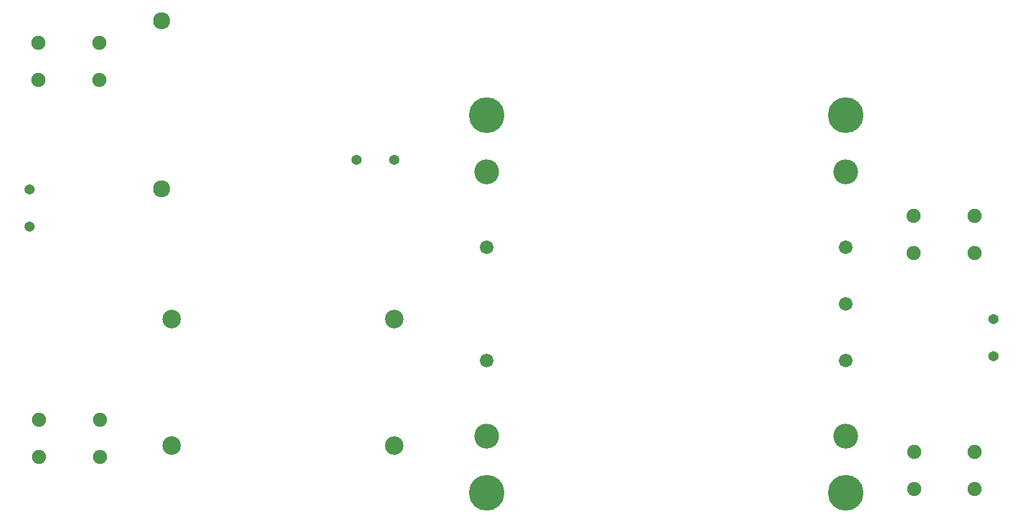
<source format=gbr>
%TF.GenerationSoftware,KiCad,Pcbnew,7.0.8*%
%TF.CreationDate,2024-04-29T16:48:28-06:00*%
%TF.ProjectId,GR-LRR-POWER-PCB-HIGH-VOLTAGE,47522d4c-5252-42d5-904f-5745522d5043,rev?*%
%TF.SameCoordinates,Original*%
%TF.FileFunction,Soldermask,Bot*%
%TF.FilePolarity,Negative*%
%FSLAX46Y46*%
G04 Gerber Fmt 4.6, Leading zero omitted, Abs format (unit mm)*
G04 Created by KiCad (PCBNEW 7.0.8) date 2024-04-29 16:48:28*
%MOMM*%
%LPD*%
G01*
G04 APERTURE LIST*
%ADD10C,1.905000*%
%ADD11C,1.371600*%
%ADD12C,2.300000*%
%ADD13C,3.345000*%
%ADD14C,1.830000*%
%ADD15C,4.800000*%
%ADD16C,2.500000*%
G04 APERTURE END LIST*
D10*
%TO.C,J1*%
X132065399Y-30578600D03*
X123865400Y-30578600D03*
X132065399Y-35578600D03*
X123865400Y-35578600D03*
%TD*%
D11*
%TO.C,C1*%
X122646200Y-50306150D03*
X122646200Y-55306150D03*
%TD*%
%TO.C,C3*%
X252491000Y-67789600D03*
X252491000Y-72789600D03*
%TD*%
D10*
%TO.C,J3*%
X241696000Y-58892000D03*
X249895999Y-58892000D03*
X241696000Y-53892000D03*
X249895999Y-53892000D03*
%TD*%
%TO.C,J2*%
X132141400Y-81329499D03*
X123941401Y-81329499D03*
X132141400Y-86329499D03*
X123941401Y-86329499D03*
%TD*%
D12*
%TO.C,U1*%
X140477000Y-27679200D03*
X140477000Y-50279200D03*
%TD*%
D13*
%TO.C,PS1*%
X184215800Y-47933800D03*
D14*
X184215800Y-58133800D03*
X184215800Y-73333800D03*
D13*
X184215800Y-83533800D03*
X232515800Y-83533800D03*
D14*
X232515800Y-73333800D03*
X232515800Y-65733800D03*
X232515800Y-58133800D03*
D13*
X232515800Y-47933800D03*
D15*
X184215800Y-40333800D03*
X184215800Y-91133800D03*
X232515800Y-40333800D03*
X232515800Y-91133800D03*
%TD*%
D10*
%TO.C,J4*%
X241751001Y-90642000D03*
X249951000Y-90642000D03*
X241751001Y-85642000D03*
X249951000Y-85642000D03*
%TD*%
D11*
%TO.C,C2*%
X171723450Y-46322800D03*
X166723450Y-46322800D03*
%TD*%
D16*
%TO.C,L1*%
X141758400Y-84769400D03*
X141758400Y-67769400D03*
X171758400Y-67769400D03*
X171758400Y-84769400D03*
%TD*%
M02*

</source>
